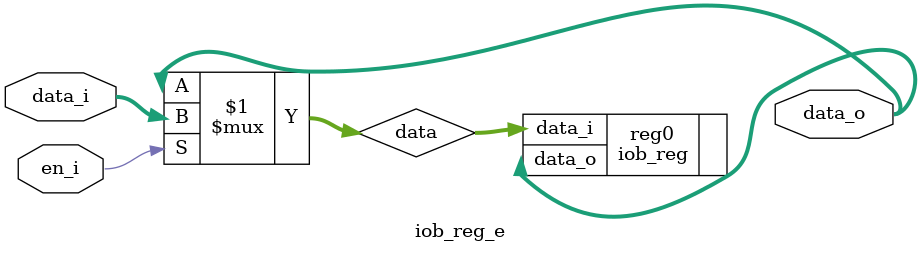
<source format=v>
`timescale 1ns / 1ps

module iob_reg_e #(
   parameter DATA_W  = 21,
   parameter RST_VAL = {DATA_W{1'b0}},
   parameter CLKEDGE = "posedge"
) (
   `include "clk_en_rst_s_port.vs"

   input en_i,

   input  [DATA_W-1:0] data_i,
   output [DATA_W-1:0] data_o
);

   wire [DATA_W-1:0] data;
   assign data = en_i ? data_i : data_o;

   iob_reg #(
      .DATA_W (DATA_W),
      .RST_VAL(RST_VAL),
      .CLKEDGE(CLKEDGE)
   ) reg0 (
      `include "clk_en_rst_s_s_portmap.vs"

      .data_i(data),
      .data_o(data_o)
   );

endmodule

</source>
